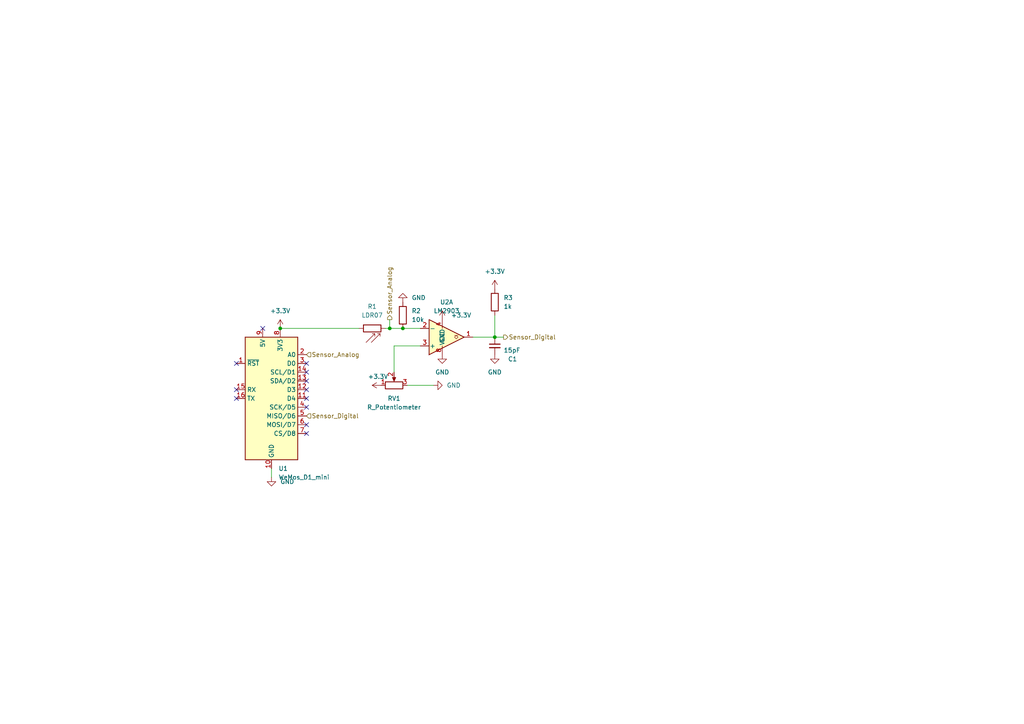
<source format=kicad_sch>
(kicad_sch (version 20211123) (generator eeschema)
  (paper "A4")
  (lib_symbols
    (symbol "Comparator:LM2903" (pin_names (offset 0.127))
      (property "Reference" "U2" (at 0 -10.16 0))
      (property "Value" "LM2903" (at 0 -7.62 0))
      (symbol "LM2903_1_1"
        (polyline (pts (xy -5.08 5.08) (xy 5.08 0) (xy -5.08 -5.08) (xy -5.08 5.08)) (stroke (width 0.254)) (fill (type background)))
        (polyline (pts (xy 3.302 -0.508) (xy 2.794 -0.508) (xy 3.302 0) (xy 2.794 0.508) (xy 2.286 0) (xy 2.794 -0.508) (xy 2.286 -0.508)) (stroke (width 0.127)))
        (pin open_collector line (at 7.62 0 180) (length 2.54) (name "~") (number "1"))
        (pin input line (at -7.62 -2.54 0) (length 2.54) (name "-") (number "2"))
        (pin input line (at -7.62 2.54 0) (length 2.54) (name "+") (number "3"))
        (pin power_out line (at -1.27 -5.08 90) (length 2.54) (name "GND") (number "4"))
        (pin power_in line (at -1.27 5.08 270) (length 2.54) (name "VCC") (number "8"))
      )
      (symbol "LM2903_2_1"
        (polyline (pts (xy -5.08 5.08) (xy 5.08 0) (xy -5.08 -5.08) (xy -5.08 5.08)) (stroke (width 0.254)) (fill (type background)))
        (polyline (pts (xy 3.302 -0.508) (xy 2.794 -0.508) (xy 3.302 0) (xy 2.794 0.508) (xy 2.286 0) (xy 2.794 -0.508) (xy 2.286 -0.508)) (stroke (width 0.127)))
        (pin input line (at -7.62 2.54 0) (length 2.54) (name "+") (number "5"))
        (pin input line (at -7.62 -2.54 0) (length 2.54) (name "_") (number "6"))
        (pin open_collector line (at 7.62 0 180) (length 2.54) (name "~") (number "7"))
      )
      (symbol "LM2903_3_1"
        (pin power_in line (at -2.54 -7.62 90) (length 3.81) (name "V-") (number "4"))
        (pin power_in line (at -2.54 7.62 270) (length 3.81) (name "V+") (number "8"))
      )
    )
    (symbol "Device:C_Small" (pin_numbers hide) (pin_names (offset 0.254) hide)
      (property "Reference" "C" (at 0.254 1.778 0))
      (property "Value" "C_Small" (at 0.254 -2.032 0))
      (symbol "C_Small_0_1"
        (polyline (pts (xy -1.524 -0.508) (xy 1.524 -0.508)) (stroke (width 0.3302)))
        (polyline (pts (xy -1.524 0.508) (xy 1.524 0.508)) (stroke (width 0.3048)))
      )
      (symbol "C_Small_1_1"
        (pin passive line (at 0 2.54 270) (length 2.032) (name "~") (number "1"))
        (pin passive line (at 0 -2.54 90) (length 2.032) (name "~") (number "2"))
      )
    )
    (symbol "Device:R" (pin_numbers hide) (pin_names (offset 0))
      (property "Reference" "R" (at 2.032 0 90))
      (property "Value" "R" (at 0 0 90))
      (symbol "R_0_1"
        (rectangle (start -1.016 -2.54) (end 1.016 2.54) (stroke (width 0.254)))
      )
      (symbol "R_1_1"
        (pin passive line (at 0 3.81 270) (length 1.27) (name "~") (number "1"))
        (pin passive line (at 0 -3.81 90) (length 1.27) (name "~") (number "2"))
      )
    )
    (symbol "Device:R_Potentiometer" (pin_names (offset 1.016) hide)
      (property "Reference" "RV" (at -4.445 0 90))
      (property "Value" "R_Potentiometer" (at -2.54 0 90))
      (symbol "R_Potentiometer_0_1"
        (polyline (pts (xy 2.54 0) (xy 1.524 0)))
        (polyline (pts (xy 1.143 0) (xy 2.286 0.508) (xy 2.286 -0.508) (xy 1.143 0)) (fill (type outline)))
        (rectangle (start 1.016 2.54) (end -1.016 -2.54) (stroke (width 0.254)))
      )
      (symbol "R_Potentiometer_1_1"
        (pin passive line (at 0 3.81 270) (length 1.27) (name "1") (number "1"))
        (pin passive line (at 3.81 0 180) (length 1.27) (name "2") (number "2"))
        (pin passive line (at 0 -3.81 90) (length 1.27) (name "3") (number "3"))
      )
    )
    (symbol "MCU_Module:WeMos_D1_mini"
      (property "Reference" "U" (at 3.81 19.05 0))
      (property "Value" "WeMos_D1_mini" (at 1.27 -19.05 0))
      (symbol "WeMos_D1_mini_1_1"
        (rectangle (start -7.62 17.78) (end 7.62 -17.78) (stroke (width 0.254)) (fill (type background)))
        (pin input line (at -10.16 10.16 0) (length 2.54) (name "~{RST}") (number "1"))
        (pin power_in line (at 0 -20.32 90) (length 2.54) (name "GND") (number "10"))
        (pin bidirectional line (at 10.16 0 180) (length 2.54) (name "D4") (number "11"))
        (pin bidirectional line (at 10.16 2.54 180) (length 2.54) (name "D3") (number "12"))
        (pin bidirectional line (at 10.16 5.08 180) (length 2.54) (name "SDA/D2") (number "13"))
        (pin bidirectional line (at 10.16 7.62 180) (length 2.54) (name "SCL/D1") (number "14"))
        (pin input line (at -10.16 2.54 0) (length 2.54) (name "RX") (number "15"))
        (pin output line (at -10.16 0 0) (length 2.54) (name "TX") (number "16"))
        (pin input line (at 10.16 12.7 180) (length 2.54) (name "A0") (number "2"))
        (pin bidirectional line (at 10.16 10.16 180) (length 2.54) (name "D0") (number "3"))
        (pin bidirectional line (at 10.16 -2.54 180) (length 2.54) (name "SCK/D5") (number "4"))
        (pin bidirectional line (at 10.16 -5.08 180) (length 2.54) (name "MISO/D6") (number "5"))
        (pin bidirectional line (at 10.16 -7.62 180) (length 2.54) (name "MOSI/D7") (number "6"))
        (pin bidirectional line (at 10.16 -10.16 180) (length 2.54) (name "CS/D8") (number "7"))
        (pin power_out line (at 2.54 20.32 270) (length 2.54) (name "3V3") (number "8"))
        (pin power_in line (at -2.54 20.32 270) (length 2.54) (name "5V") (number "9"))
      )
    )
    (symbol "Sensor_Optical:LDR07" (pin_numbers hide) (pin_names (offset 0))
      (property "Reference" "R" (at -5.08 0 90))
      (property "Value" "LDR07" (at 1.905 0 90))
      (symbol "LDR07_0_1"
        (rectangle (start -1.016 2.54) (end 1.016 -2.54) (stroke (width 0.254)))
        (polyline (pts (xy -1.524 -2.286) (xy -4.064 0.254)))
        (polyline (pts (xy -1.524 -2.286) (xy -2.286 -2.286)))
        (polyline (pts (xy -1.524 -2.286) (xy -1.524 -1.524)))
        (polyline (pts (xy -1.524 -0.762) (xy -4.064 1.778)))
        (polyline (pts (xy -1.524 -0.762) (xy -2.286 -0.762)))
        (polyline (pts (xy -1.524 -0.762) (xy -1.524 0)))
      )
      (symbol "LDR07_1_1"
        (pin passive line (at 0 3.81 270) (length 1.27) (name "~") (number "1"))
        (pin passive line (at 0 -3.81 90) (length 1.27) (name "~") (number "2"))
      )
    )
    (symbol "power:+3.3V" (power) (pin_names (offset 0))
      (property "Value" "+3.3V" (at 0 3.556 0))
      (symbol "+3.3V_0_1"
        (polyline (pts (xy -0.762 1.27) (xy 0 2.54)))
        (polyline (pts (xy 0 0) (xy 0 2.54)))
        (polyline (pts (xy 0 2.54) (xy 0.762 1.27)))
      )
      (symbol "+3.3V_1_1"
        (pin power_in line (at 0 0 90) (length 0) hide (name "+3.3V") (number "1"))
      )
    )
    (symbol "power:GND" (power) (pin_names (offset 0))
      (property "Value" "GND" (at 0 -3.81 0))
      (symbol "GND_0_1"
        (polyline (pts (xy 0 0) (xy 0 -1.27) (xy 1.27 -1.27) (xy 0 -2.54) (xy -1.27 -1.27) (xy 0 -1.27)))
      )
      (symbol "GND_1_1"
        (pin power_in line (at 0 0 270) (length 0) hide (name "GND") (number "1"))
      )
    )
  )
  (junction (at 81.28 95.25))
  (junction (at 116.84 95.25))
  (junction (at 143.51 97.79))
  (junction (at 113.03 95.25))
  (no_connect (at 88.9 105.41))
  (no_connect (at 88.9 113.03))
  (no_connect (at 88.9 115.57))
  (no_connect (at 88.9 107.95))
  (no_connect (at 88.9 118.11))
  (no_connect (at 88.9 123.19))
  (no_connect (at 88.9 125.73))
  (no_connect (at 88.9 110.49))
  (no_connect (at 68.58 105.41))
  (no_connect (at 68.58 115.57))
  (no_connect (at 68.58 113.03))
  (no_connect (at 76.2 95.25))
  (wire (pts (xy 81.28 95.25) (xy 104.14 95.25)))
  (wire (pts (xy 114.3 100.33) (xy 114.3 107.95)))
  (wire (pts (xy 116.84 95.25) (xy 121.92 95.25)))
  (wire (pts (xy 143.51 97.79) (xy 143.51 91.44)))
  (wire (pts (xy 121.92 100.33) (xy 114.3 100.33)))
  (wire (pts (xy 113.03 95.25) (xy 116.84 95.25)))
  (wire (pts (xy 137.16 97.79) (xy 143.51 97.79)))
  (wire (pts (xy 111.76 95.25) (xy 113.03 95.25)))
  (wire (pts (xy 118.11 111.76) (xy 125.73 111.76)))
  (wire (pts (xy 78.74 135.89) (xy 78.74 138.43)))
  (wire (pts (xy 143.51 97.79) (xy 146.05 97.79)))
  (wire (pts (xy 113.03 92.71) (xy 113.03 95.25)))
  (hierarchical_label "Sensor_Digital" (shape output) (at 146.05 97.79 0))
  (hierarchical_label "Sensor_Analog" (shape input) (at 88.9 102.87 0))
  (hierarchical_label "Sensor_Analog" (shape output) (at 113.03 92.71 90))
  (hierarchical_label "Sensor_Digital" (shape input) (at 88.9 120.65 0))
  (symbol (lib_id "power:GND") (at 78.74 138.43 0) (unit 1)
    (property "Reference" "#PWR01" (effects hide))
    (property "Value" "GND" (at 81.28 139.6999 0) (effects (justify left)))
  )
  (symbol (lib_id "power:GND") (at 116.84 87.63 180) (unit 1)
    (property "Reference" "#PWR04" (effects hide))
    (property "Value" "GND" (at 119.38 86.3599 0) (effects (justify right)))
  )
  (symbol (lib_id "power:GND") (at 125.73 111.76 90) (unit 1)
    (property "Reference" "#PWR05" (effects hide))
    (property "Value" "GND" (at 129.54 111.7599 90) (effects (justify right)))
  )
  (symbol (lib_id "power:GND") (at 128.27 102.87 0) (unit 1)
    (property "Reference" "#PWR?" (effects hide))
    (property "Value" "GND" (at 128.27 107.95 0))
  )
  (symbol (lib_id "power:+3.3V") (at 110.49 111.76 90) (unit 1)
    (property "Reference" "#PWR03" (effects hide))
    (property "Value" "+3.3V" (at 106.68 109.22 90) (effects (justify right)))
  )
  (symbol (lib_id "Device:R_Potentiometer") (at 114.3 111.76 90) (unit 1)
    (property "Reference" "RV1" (at 114.3 115.57 90))
    (property "Value" "R_Potentiometer" (at 114.3 118.11 90))
    (property "Footprint" "T93YB104KT20:T93YB104KT20" (effects hide))
  )
  (symbol (lib_id "Comparator:LM2903") (at 129.54 97.79 0) (mirror x) (unit 1)
    (property "Reference" "U2" (at 129.54 87.63 0))
    (property "Value" "LM2903" (at 129.54 90.17 0))
    (property "Footprint" "Package_DIP:DIP-8_W7.62mm_Socket" (effects hide))
    (property "Datasheet" "http://www.ti.com/lit/ds/symlink/lm393.pdf" (effects hide))
  )
  (symbol (lib_id "power:GND") (at 143.51 102.87 0) (unit 1)
    (property "Reference" "#PWR07" (effects hide))
    (property "Value" "GND" (at 143.51 107.95 0))
  )
  (symbol (lib_id "Sensor_Optical:LDR07") (at 107.95 95.25 90) (unit 1)
    (property "Reference" "R1" (at 107.95 88.9 90))
    (property "Value" "LDR07" (at 107.95 91.44 90))
    (property "Footprint" "OptoDevice:R_LDR_5.1x4.3mm_P3.4mm_Vertical" (effects hide))
    (property "Datasheet" "http://www.tme.eu/de/Document/f2e3ad76a925811312d226c31da4cd7e/LDR07.pdf" (effects hide))
  )
  (symbol (lib_id "power:+3.3V") (at 128.27 92.71 0) (unit 1)
    (property "Reference" "#PWR?" (effects hide))
    (property "Value" "+3.3V" (at 130.81 91.4399 0) (effects (justify left)))
  )
  (symbol (lib_id "Device:C_Small") (at 143.51 100.33 0) (unit 1)
    (property "Reference" "C1" (at 147.32 104.14 0) (effects (justify left)))
    (property "Value" "15pF" (at 146.05 101.6062 0) (effects (justify left)))
    (property "Footprint" "Capacitor_THT:C_Disc_D3.8mm_W2.6mm_P2.50mm" (effects hide))
  )
  (symbol (lib_id "Device:R") (at 116.84 91.44 0) (unit 1)
    (property "Reference" "R2" (at 119.38 90.1699 0) (effects (justify left)))
    (property "Value" "10k" (at 119.38 92.7099 0) (effects (justify left)))
    (property "Footprint" "Resistor_THT:R_Axial_DIN0204_L3.6mm_D1.6mm_P5.08mm_Horizontal" (effects hide))
  )
  (symbol (lib_id "power:+3.3V") (at 143.51 83.82 0) (unit 1)
    (property "Reference" "#PWR06" (effects hide))
    (property "Value" "+3.3V" (at 143.51 78.74 0))
  )
  (symbol (lib_id "power:+3.3V") (at 81.28 95.25 0) (unit 1)
    (property "Reference" "#PWR02" (effects hide))
    (property "Value" "+3.3V" (at 81.28 90.17 0))
  )
  (symbol (lib_id "MCU_Module:WeMos_D1_mini") (at 78.74 115.57 0) (unit 1)
    (property "Reference" "U1" (at 80.7594 135.89 0) (effects (justify left)))
    (property "Value" "WeMos_D1_mini" (at 80.7594 138.43 0) (effects (justify left)))
    (property "Footprint" "Module:WEMOS_D1_mini_light" (effects hide))
    (property "Datasheet" "https://wiki.wemos.cc/products:d1:d1_mini#documentation" (effects hide))
  )
  (symbol (lib_id "Device:R") (at 143.51 87.63 0) (unit 1)
    (property "Reference" "R3" (at 146.05 86.3599 0) (effects (justify left)))
    (property "Value" "1k" (at 146.05 88.8999 0) (effects (justify left)))
    (property "Footprint" "Resistor_THT:R_Axial_DIN0204_L3.6mm_D1.6mm_P5.08mm_Horizontal" (effects hide))
  )
)
</source>
